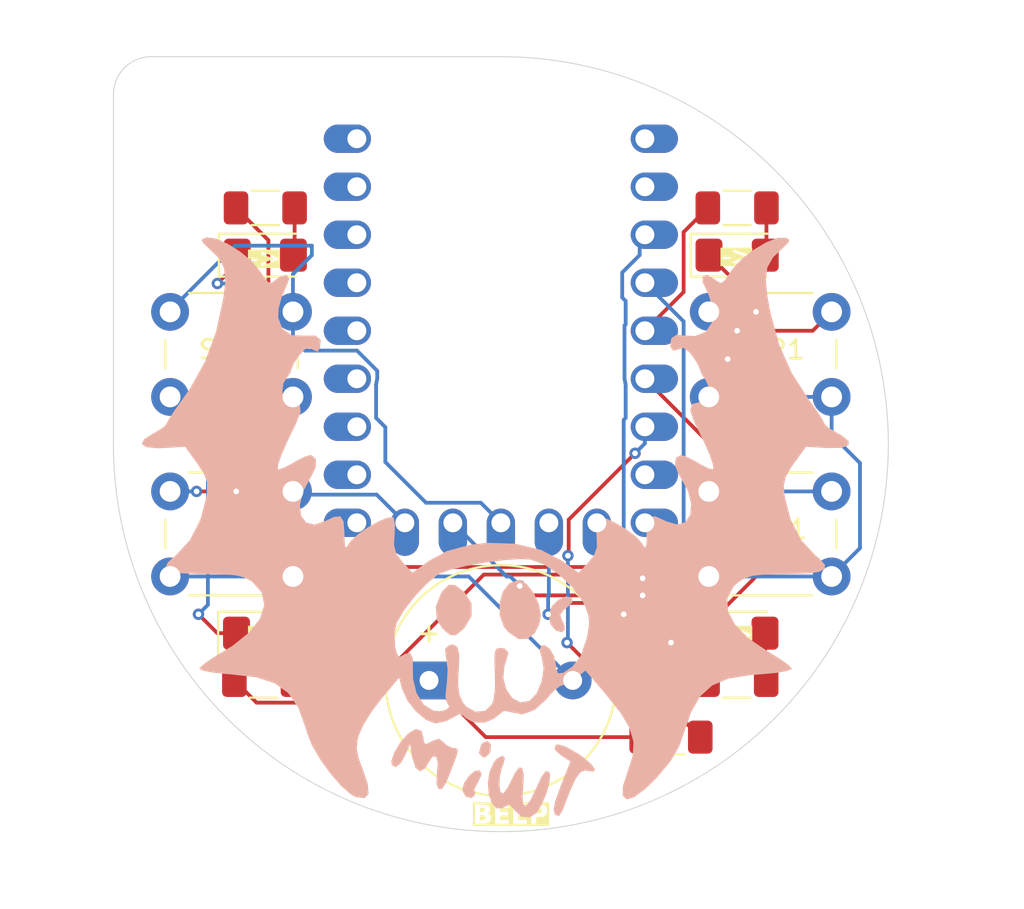
<source format=kicad_pcb>
(kicad_pcb (version 20240108) (generator "pcbnew") (generator_version "8.0")
  (layers (0 "F.Cu" signal) (31 "B.Cu" signal) (34 "B.Paste" user) (35 "F.Paste" user) (36 "B.SilkS" user "B.Silkscreen") (37 "F.SilkS" user "F.Silkscreen") (38 "B.Mask" user) (39 "F.Mask" user) (44 "Edge.Cuts" user))
  (net 0 "")
  (net 1 "Net-(BL1-A)")
  (net 2 "GND")
  (net 3 "Net-(BR1-A)")
  (net 4 "Net-(TL1-A)")
  (net 5 "Net-(U1-5)")
  (net 6 "Net-(U1-4)")
  (net 7 "Net-(TR1-A)")
  (net 8 "Net-(U1-3)")
  (net 9 "Net-(U1-2)")
  (net 10 "Net-(U1-13)")
  (net 11 "Net-(U1-12)")
  (net 12 "Net-(U1-11)")
  (net 13 "Net-(U1-10)")
  (net 18 "Net-(BZ1-+)")
  (net 29 "Net-(U1-6)")
  (footprint "LED_SMD:LED_1206_3216Metric_Pad1.42x1.75mm_HandSolder" (layer "F.Cu") (at 137.5 60)
    (property "Reference" "BL1" (hide yes))
    (property "Value" "LED" (hide yes))
    (fp_line (start -2.46 -1.135) (end -2.46 1.135) (stroke (width 0.12)) (layer "F.SilkS"))
    (fp_line (start -2.46 1.135) (end 1.6 1.135) (stroke (width 0.12)) (layer "F.SilkS"))
    (fp_line (start 1.6 -1.135) (end -2.46 -1.135) (stroke (width 0.12)) (layer "F.SilkS"))
    (pad "1" smd roundrect (at -1.4875 0) (size 1.425 1.75) (layers "F.Cu" "F.Paste" "F.Mask") (roundrect_rratio 0.175439) (net 2 "GND"))
    (pad "2" smd roundrect (at 1.4875 0) (size 1.425 1.75) (layers "F.Cu" "F.Paste" "F.Mask") (roundrect_rratio 0.175439) (net 1 "Net-(BL1-A)"))
  )
  (footprint "Resistor_SMD:R_1206_3216Metric_Pad1.30x1.75mm_HandSolder" (layer "F.Cu") (at 159 65.5 180)
    (property "Reference" "R5" (hide yes))
    (property "Value" "220 Ω")
    (fp_line (start -0.727064 0.91) (end 0.727064 0.91) (stroke (width 0.12)) (layer "F.SilkS"))
    (fp_line (start -0.727064 -0.91) (end 0.727064 -0.91) (stroke (width 0.12)) (layer "F.SilkS"))
    (pad "1" smd roundrect (at -1.55 0 180) (size 1.3 1.75) (layers "F.Cu" "F.Paste" "F.Mask") (roundrect_rratio 0.192308) (net 29 "Net-(U1-6)"))
    (pad "2" smd roundrect (at 1.55 0 180) (size 1.3 1.75) (layers "F.Cu" "F.Paste" "F.Mask") (roundrect_rratio 0.192308) (net 18 "Net-(BZ1-+)"))
  )
  (footprint "Resistor_SMD:R_1206_3216Metric_Pad1.30x1.75mm_HandSolder" (layer "F.Cu") (at 162.4875 62.5)
    (property "Reference" "R4" (hide yes))
    (property "Value" "220 Ω" (hide yes))
    (fp_line (start -0.727064 -0.91) (end 0.727064 -0.91) (stroke (width 0.12)) (layer "F.SilkS"))
    (fp_line (start -0.727064 0.91) (end 0.727064 0.91) (stroke (width 0.12)) (layer "F.SilkS"))
    (pad "1" smd roundrect (at -1.55 0) (size 1.3 1.75) (layers "F.Cu" "F.Paste" "F.Mask") (roundrect_rratio 0.192308) (net 9 "Net-(U1-2)"))
    (pad "2" smd roundrect (at 1.55 0) (size 1.3 1.75) (layers "F.Cu" "F.Paste" "F.Mask") (roundrect_rratio 0.192308) (net 3 "Net-(BR1-A)"))
  )
  (footprint "LED_SMD:LED_1206_3216Metric_Pad1.42x1.75mm_HandSolder" (layer "F.Cu") (at 162.4875 60)
    (property "Reference" "BR1" (hide yes))
    (property "Value" "LED" (hide yes))
    (fp_line (start -2.46 -1.135) (end -2.46 1.135) (stroke (width 0.12)) (layer "F.SilkS"))
    (fp_line (start -2.46 1.135) (end 1.6 1.135) (stroke (width 0.12)) (layer "F.SilkS"))
    (fp_line (start 1.6 -1.135) (end -2.46 -1.135) (stroke (width 0.12)) (layer "F.SilkS"))
    (pad "1" smd roundrect (at -1.4875 0) (size 1.425 1.75) (layers "F.Cu" "F.Paste" "F.Mask") (roundrect_rratio 0.175439) (net 2 "GND"))
    (pad "2" smd roundrect (at 1.4875 0) (size 1.425 1.75) (layers "F.Cu" "F.Paste" "F.Mask") (roundrect_rratio 0.175439) (net 3 "Net-(BR1-A)"))
  )
  (footprint "Resistor_SMD:R_1206_3216Metric_Pad1.30x1.75mm_HandSolder" (layer "F.Cu") (at 137.5375 37.5)
    (property "Reference" "R1" (hide yes))
    (property "Value" "220 Ω" (hide yes))
    (fp_line (start -0.727064 -0.91) (end 0.727064 -0.91) (stroke (width 0.12)) (layer "F.SilkS"))
    (fp_line (start -0.727064 0.91) (end 0.727064 0.91) (stroke (width 0.12)) (layer "F.SilkS"))
    (pad "1" smd roundrect (at -1.55 0) (size 1.3 1.75) (layers "F.Cu" "F.Paste" "F.Mask") (roundrect_rratio 0.192308) (net 5 "Net-(U1-5)"))
    (pad "2" smd roundrect (at 1.55 0) (size 1.3 1.75) (layers "F.Cu" "F.Paste" "F.Mask") (roundrect_rratio 0.192308) (net 4 "Net-(TL1-A)"))
  )
  (footprint "LED_SMD:LED_1206_3216Metric_Pad1.42x1.75mm_HandSolder" (layer "F.Cu") (at 162.5 40)
    (property "Reference" "TR1" (hide yes))
    (property "Value" "LED" (hide yes))
    (fp_line (start -2.46 -1.135) (end -2.46 1.135) (stroke (width 0.12)) (layer "F.SilkS"))
    (fp_line (start -2.46 1.135) (end 1.6 1.135) (stroke (width 0.12)) (layer "F.SilkS"))
    (fp_line (start 1.6 -1.135) (end -2.46 -1.135) (stroke (width 0.12)) (layer "F.SilkS"))
    (pad "1" smd roundrect (at -1.4875 0) (size 1.425 1.75) (layers "F.Cu" "F.Paste" "F.Mask") (roundrect_rratio 0.175439) (net 2 "GND"))
    (pad "2" smd roundrect (at 1.4875 0) (size 1.425 1.75) (layers "F.Cu" "F.Paste" "F.Mask") (roundrect_rratio 0.175439) (net 7 "Net-(TR1-A)"))
  )
  (footprint "Button_Switch_THT:SW_PUSH_6mm" (layer "F.Cu") (at 161 52.5)
    (property "Reference" "SBR1" (at 3.25 2 0) (layer "F.SilkS"))
    (property "Value" "SW_Push" (hide yes))
    (fp_line (start -0.25 1.5) (end -0.25 3) (stroke (width 0.12)) (layer "F.SilkS"))
    (fp_line (start 1 5.5) (end 5.5 5.5) (stroke (width 0.12)) (layer "F.SilkS"))
    (fp_line (start 5.5 -1) (end 1 -1) (stroke (width 0.12)) (layer "F.SilkS"))
    (fp_line (start 6.75 3) (end 6.75 1.5) (stroke (width 0.12)) (layer "F.SilkS"))
    (pad "1" thru_hole circle (at 0 0 90) (size 2 2) (drill 1.1) (layers "*.Cu" "*.Mask") (net 11 "Net-(U1-12)"))
    (pad "1" thru_hole circle (at 6.5 0 90) (size 2 2) (drill 1.1) (layers "*.Cu" "*.Mask") (net 11 "Net-(U1-12)"))
    (pad "2" thru_hole circle (at 0 4.5 90) (size 2 2) (drill 1.1) (layers "*.Cu" "*.Mask") (net 2 "GND"))
    (pad "2" thru_hole circle (at 6.5 4.5 90) (size 2 2) (drill 1.1) (layers "*.Cu" "*.Mask") (net 2 "GND"))
  )
  (footprint "LOGO" (layer "F.Cu") (at 149.7 42.9)
    (property "Reference" "G***" (hide yes))
    (property "Value" "LOGO" (hide yes))
  )
  (footprint "Button_Switch_THT:SW_PUSH_6mm" (layer "F.Cu") (at 132.5 43)
    (property "Reference" "STL1" (at 3.25 2 0) (layer "F.SilkS"))
    (property "Value" "SW_Push" (hide yes))
    (fp_line (start -0.25 1.5) (end -0.25 3) (stroke (width 0.12)) (layer "F.SilkS"))
    (fp_line (start 1 5.5) (end 5.5 5.5) (stroke (width 0.12)) (layer "F.SilkS"))
    (fp_line (start 5.5 -1) (end 1 -1) (stroke (width 0.12)) (layer "F.SilkS"))
    (fp_line (start 6.75 3) (end 6.75 1.5) (stroke (width 0.12)) (layer "F.SilkS"))
    (pad "1" thru_hole circle (at 0 0 90) (size 2 2) (drill 1.1) (layers "*.Cu" "*.Mask") (net 12 "Net-(U1-11)"))
    (pad "1" thru_hole circle (at 6.5 0 90) (size 2 2) (drill 1.1) (layers "*.Cu" "*.Mask") (net 12 "Net-(U1-11)"))
    (pad "2" thru_hole circle (at 0 4.5 90) (size 2 2) (drill 1.1) (layers "*.Cu" "*.Mask") (net 2 "GND"))
    (pad "2" thru_hole circle (at 6.5 4.5 90) (size 2 2) (drill 1.1) (layers "*.Cu" "*.Mask") (net 2 "GND"))
  )
  (footprint "Resistor_SMD:R_1206_3216Metric_Pad1.30x1.75mm_HandSolder" (layer "F.Cu") (at 137.45 62.5)
    (property "Reference" "R3" (hide yes))
    (property "Value" "220 Ω" (hide yes))
    (fp_line (start -0.727064 -0.91) (end 0.727064 -0.91) (stroke (width 0.12)) (layer "F.SilkS"))
    (fp_line (start -0.727064 0.91) (end 0.727064 0.91) (stroke (width 0.12)) (layer "F.SilkS"))
    (pad "1" smd roundrect (at -1.55 0) (size 1.3 1.75) (layers "F.Cu" "F.Paste" "F.Mask") (roundrect_rratio 0.192308) (net 8 "Net-(U1-3)"))
    (pad "2" smd roundrect (at 1.55 0) (size 1.3 1.75) (layers "F.Cu" "F.Paste" "F.Mask") (roundrect_rratio 0.192308) (net 1 "Net-(BL1-A)"))
  )
  (footprint "MountingHole:MountingHole_3.2mm_M3" (layer "F.Cu") (at 133 33)
    (property "Reference" "keychain1" (hide yes))
    (property "Value" "MountingHole" (hide yes))
    (pad "" np_thru_hole circle (at 0 0) (size 3.2 3.2) (drill 3.2) (layers "*.Cu" "*.Mask"))
  )
  (footprint "Button_Switch_THT:SW_PUSH_6mm" (layer "F.Cu") (at 132.5 52.5)
    (property "Reference" "SBL1" (at 3.25 2 0) (layer "F.SilkS"))
    (property "Value" "SW_Push" (hide yes))
    (fp_line (start -0.25 1.5) (end -0.25 3) (stroke (width 0.12)) (layer "F.SilkS"))
    (fp_line (start 1 5.5) (end 5.5 5.5) (stroke (width 0.12)) (layer "F.SilkS"))
    (fp_line (start 5.5 -1) (end 1 -1) (stroke (width 0.12)) (layer "F.SilkS"))
    (fp_line (start 6.75 3) (end 6.75 1.5) (stroke (width 0.12)) (layer "F.SilkS"))
    (pad "1" thru_hole circle (at 0 0 90) (size 2 2) (drill 1.1) (layers "*.Cu" "*.Mask") (net 10 "Net-(U1-13)"))
    (pad "1" thru_hole circle (at 6.5 0 90) (size 2 2) (drill 1.1) (layers "*.Cu" "*.Mask") (net 10 "Net-(U1-13)"))
    (pad "2" thru_hole circle (at 0 4.5 90) (size 2 2) (drill 1.1) (layers "*.Cu" "*.Mask") (net 2 "GND"))
    (pad "2" thru_hole circle (at 6.5 4.5 90) (size 2 2) (drill 1.1) (layers "*.Cu" "*.Mask") (net 2 "GND"))
  )
  (footprint "Button_Switch_THT:SW_PUSH_6mm" (layer "F.Cu") (at 161 43)
    (property "Reference" "STR1" (at 3.25 2 0) (layer "F.SilkS"))
    (property "Value" "SW_Push" (hide yes))
    (fp_line (start -0.25 1.5) (end -0.25 3) (stroke (width 0.12)) (layer "F.SilkS"))
    (fp_line (start 1 5.5) (end 5.5 5.5) (stroke (width 0.12)) (layer "F.SilkS"))
    (fp_line (start 5.5 -1) (end 1 -1) (stroke (width 0.12)) (layer "F.SilkS"))
    (fp_line (start 6.75 3) (end 6.75 1.5) (stroke (width 0.12)) (layer "F.SilkS"))
    (pad "1" thru_hole circle (at 0 0 90) (size 2 2) (drill 1.1) (layers "*.Cu" "*.Mask") (net 13 "Net-(U1-10)"))
    (pad "1" thru_hole circle (at 6.5 0 90) (size 2 2) (drill 1.1) (layers "*.Cu" "*.Mask") (net 13 "Net-(U1-10)"))
    (pad "2" thru_hole circle (at 0 4.5 90) (size 2 2) (drill 1.1) (layers "*.Cu" "*.Mask") (net 2 "GND"))
    (pad "2" thru_hole circle (at 6.5 4.5 90) (size 2 2) (drill 1.1) (layers "*.Cu" "*.Mask") (net 2 "GND"))
  )
  (footprint "Buzzer_Beeper:Buzzer_12x9.5RM7.6" (layer "F.Cu") (at 146.2 62.5)
    (property "Reference" "BZ1" (hide yes))
    (property "Value" "Buzzer" (hide yes))
    (fp_circle (center 3.8 0) (end 9.9 0) (stroke (width 0.12)) (fill none) (layer "F.SilkS"))
    (fp_text user "+" (at -0.01 -2.54 0) (layer "F.SilkS"))
    (pad "1" thru_hole rect (at 0 0) (size 2 2) (drill 1) (layers "*.Cu" "*.Mask") (net 18 "Net-(BZ1-+)"))
    (pad "2" thru_hole circle (at 7.6 0) (size 2 2) (drill 1) (layers "*.Cu" "*.Mask") (net 2 "GND"))
  )
  (footprint "LED_SMD:LED_1206_3216Metric_Pad1.42x1.75mm_HandSolder" (layer "F.Cu") (at 137.5375 40)
    (property "Reference" "TL1" (hide yes))
    (property "Value" "LED" (hide yes))
    (fp_line (start -2.46 -1.135) (end -2.46 1.135) (stroke (width 0.12)) (layer "F.SilkS"))
    (fp_line (start -2.46 1.135) (end 1.6 1.135) (stroke (width 0.12)) (layer "F.SilkS"))
    (fp_line (start 1.6 -1.135) (end -2.46 -1.135) (stroke (width 0.12)) (layer "F.SilkS"))
    (pad "1" smd roundrect (at -1.4875 0) (size 1.425 1.75) (layers "F.Cu" "F.Paste" "F.Mask") (roundrect_rratio 0.175439) (net 2 "GND"))
    (pad "2" smd roundrect (at 1.4875 0) (size 1.425 1.75) (layers "F.Cu" "F.Paste" "F.Mask") (roundrect_rratio 0.175439) (net 4 "Net-(TL1-A)"))
  )
  (footprint "mcu:rp2040-zero-tht" (layer "F.Cu") (at 150 44)
    (property "Reference" "U1" (hide yes))
    (property "Value" "rp2040-zero" (hide yes))
    (pad "1" thru_hole oval (at 7.62 -10.16 180) (size 2.5 1.5) (drill 1 (offset -0.5 0)) (layers "*.Cu" "*.Mask"))
    (pad "2" thru_hole oval (at 7.62 -7.62 180) (size 2.5 1.5) (drill 1 (offset -0.5 0)) (layers "*.Cu" "*.Mask"))
    (pad "3" thru_hole oval (at 7.62 -5.08 180) (size 2.5 1.5) (drill 1 (offset -0.5 0)) (layers "*.Cu" "*.Mask") (net 9 "Net-(U1-2)"))
    (pad "4" thru_hole oval (at 7.62 -2.54 180) (size 2.5 1.5) (drill 1 (offset -0.5 0)) (layers "*.Cu" "*.Mask") (net 8 "Net-(U1-3)"))
    (pad "5" thru_hole oval (at 7.62 0 180) (size 2.5 1.5) (drill 1 (offset -0.5 0)) (layers "*.Cu" "*.Mask") (net 6 "Net-(U1-4)"))
    (pad "6" thru_hole oval (at 7.62 2.54 180) (size 2.5 1.5) (drill 1 (offset -0.5 0)) (layers "*.Cu" "*.Mask") (net 5 "Net-(U1-5)"))
    (pad "7" thru_hole oval (at 7.62 5.08 180) (size 2.5 1.5) (drill 1 (offset -0.5 0)) (layers "*.Cu" "*.Mask") (net 29 "Net-(U1-6)"))
    (pad "8" thru_hole oval (at 7.62 7.62 180) (size 2.5 1.5) (drill 1 (offset -0.5 0)) (layers "*.Cu" "*.Mask"))
    (pad "9" thru_hole oval (at 7.62 10.16 180) (size 2.5 1.5) (drill 1 (offset -0.5 0)) (layers "*.Cu" "*.Mask"))
    (pad "10" thru_hole oval (at 5.08 10.16 90) (size 2.5 1.5) (drill 1 (offset -0.5 0)) (layers "*.Cu" "*.Mask"))
    (pad "11" thru_hole oval (at 2.54 10.16 90) (size 2.5 1.5) (drill 1 (offset -0.5 0)) (layers "*.Cu" "*.Mask") (net 13 "Net-(U1-10)"))
    (pad "12" thru_hole oval (at 0 10.16 90) (size 2.5 1.5) (drill 1 (offset -0.5 0)) (layers "*.Cu" "*.Mask") (net 12 "Net-(U1-11)"))
    (pad "13" thru_hole oval (at -2.54 10.16 90) (size 2.5 1.5) (drill 1 (offset -0.5 0)) (layers "*.Cu" "*.Mask") (net 11 "Net-(U1-12)"))
    (pad "14" thru_hole oval (at -5.08 10.16 90) (size 2.5 1.5) (drill 1 (offset -0.5 0)) (layers "*.Cu" "*.Mask") (net 10 "Net-(U1-13)"))
    (pad "15" thru_hole oval (at -7.62 10.16) (size 2.5 1.5) (drill 1 (offset -0.5 0)) (layers "*.Cu" "*.Mask"))
    (pad "16" thru_hole oval (at -7.62 7.62) (size 2.5 1.5) (drill 1 (offset -0.5 0)) (layers "*.Cu" "*.Mask"))
    (pad "17" thru_hole oval (at -7.62 5.08) (size 2.5 1.5) (drill 1 (offset -0.5 0)) (layers "*.Cu" "*.Mask"))
    (pad "18" thru_hole oval (at -7.62 2.54) (size 2.5 1.5) (drill 1 (offset -0.5 0)) (layers "*.Cu" "*.Mask"))
    (pad "19" thru_hole oval (at -7.62 0) (size 2.5 1.5) (drill 1 (offset -0.5 0)) (layers "*.Cu" "*.Mask"))
    (pad "20" thru_hole oval (at -7.62 -2.54) (size 2.5 1.5) (drill 1 (offset -0.5 0)) (layers "*.Cu" "*.Mask"))
    (pad "21" thru_hole oval (at -7.62 -5.08) (size 2.5 1.5) (drill 1 (offset -0.5 0)) (layers "*.Cu" "*.Mask"))
    (pad "22" thru_hole oval (at -7.62 -7.62) (size 2.5 1.5) (drill 1 (offset -0.5 0)) (layers "*.Cu" "*.Mask"))
    (pad "23" thru_hole oval (at -7.62 -10.16) (size 2.5 1.5) (drill 1 (offset -0.5 0)) (layers "*.Cu" "*.Mask"))
  )
  (footprint "Resistor_SMD:R_1206_3216Metric_Pad1.30x1.75mm_HandSolder" (layer "F.Cu") (at 162.5 37.5)
    (property "Reference" "R2" (hide yes))
    (property "Value" "220 Ω" (hide yes))
    (fp_line (start -0.727064 -0.91) (end 0.727064 -0.91) (stroke (width 0.12)) (layer "F.SilkS"))
    (fp_line (start -0.727064 0.91) (end 0.727064 0.91) (stroke (width 0.12)) (layer "F.SilkS"))
    (pad "1" smd roundrect (at -1.55 0) (size 1.3 1.75) (layers "F.Cu" "F.Paste" "F.Mask") (roundrect_rratio 0.192308) (net 6 "Net-(U1-4)"))
    (pad "2" smd roundrect (at 1.55 0) (size 1.3 1.75) (layers "F.Cu" "F.Paste" "F.Mask") (roundrect_rratio 0.192308) (net 7 "Net-(TR1-A)"))
  )
  (footprint "LOGO" (layer "B.Cu") (at 149.719362 51.175585 180)
    (property "Reference" "G***" (hide yes))
    (property "Value" "LOGO" (hide yes))
    (fp_poly (pts (xy 0.670268 -14.609331) (xy 0.774435 -14.752231) (xy 0.883904 -15.171852) (xy 0.687374 -15.38513) (xy 0.560389 -15.4) (xy 0.348625 -15.240415) (xy 0.267166 -15.086556) (xy 0.241181 -14.713636) (xy 0.417036 -14.527217)) (fill solid) (layer "B.SilkS"))
    (fp_poly (pts (xy 2.806971 -6.589861) (xy 2.876998 -6.692963) (xy 3.166341 -7.421047) (xy 3.105955 -8.119469) (xy 2.8 -8.6) (xy 2.412928 -8.923845) (xy 2.106076 -8.941106) (xy 1.737243 -8.644106) (xy 1.634862 -8.537109) (xy 1.263378 -7.902377) (xy 1.269597 -7.245054) (xy 1.652346 -6.64485) (xy 1.66289 -6.634862) (xy 2.128797 -6.27849) (xy 2.476633 -6.261885)) (fill solid) (layer "B.SilkS"))
    (fp_poly (pts (xy 1.10356 -16.11226) (xy 1.420427 -16.38574) (xy 1.676333 -16.770887) (xy 1.762395 -17.139541) (xy 1.7584 -17.165957) (xy 1.570974 -17.478838) (xy 1.28191 -17.546974) (xy 1.106524 -17.410557) (xy 1.068942 -17.21682) (xy 1.111198 -17.2) (xy 1.112983 -17.058323) (xy 0.929464 -16.716917) (xy 0.925225 -16.710429) (xy 0.730889 -16.304997) (xy 0.826696 -16.083648) (xy 0.834613 -16.078607)) (fill solid) (layer "B.SilkS"))
    (fp_poly (pts (xy -0.739693 -6.172178) (xy -0.391066 -6.616312) (xy -0.210483 -7.223798) (xy -0.220375 -7.886033) (xy -0.443169 -8.494415) (xy -0.662891 -8.765137) (xy -1.209708 -9.136668) (xy -1.687296 -9.128949) (xy -2.069003 -8.834251) (xy -2.316403 -8.362937) (xy -2.399253 -7.884251) (xy -2.290216 -7.287908) (xy -2.016021 -6.692413) (xy -1.653912 -6.222665) (xy -1.281135 -6.003565) (xy -1.233938 -6)) (fill solid) (layer "B.SilkS"))
    (fp_poly (pts (xy -3.328898 -7.056242) (xy -2.982852 -7.393379) (xy -2.804658 -7.79493) (xy -2.8 -7.86461) (xy -2.907834 -8.352411) (xy -3.167619 -8.686116) (xy -3.483783 -8.774744) (xy -3.654896 -8.678437) (xy -3.65952 -8.436075) (xy -3.541218 -8.180195) (xy -3.424806 -7.865803) (xy -3.600976 -7.60584) (xy -3.769843 -7.478612) (xy -4.076436 -7.171449) (xy -4.027124 -6.947123) (xy -3.71844 -6.876498)) (fill solid) (layer "B.SilkS"))
    (fp_poly (pts (xy -3.163022 -14.756978) (xy -3.131643 -14.997539) (xy -3.457219 -15.29036) (xy -3.957199 -15.617959) (xy -3.443166 -16.913546) (xy -3.169524 -17.670219) (xy -3.070711 -18.145229) (xy -3.133344 -18.409868) (xy -3.157135 -18.437134) (xy -3.355044 -18.504899) (xy -3.53777 -18.232433) (xy -3.595958 -18.082567) (xy -3.962927 -17.124655) (xy -4.256189 -16.505188) (xy -4.505326 -16.17618) (xy -4.739918 -16.08964) (xy -4.815058 -16.104778) (xy -5.185807 -16.159818) (xy -5.260395 -16.022919) (xy -5.062361 -15.742535) (xy -4.615248 -15.367124) (xy -4.377966 -15.20511) (xy -3.704466 -14.81877) (xy -3.290347 -14.705206)) (fill solid) (layer "B.SilkS"))
    (fp_poly (pts (xy 4.633078 -14.129935) (xy 5.035038 -14.589331) (xy 5.351153 -15.115689) (xy 5.514507 -15.578541) (xy 5.494353 -15.809135) (xy 5.269164 -15.917894) (xy 4.99178 -15.677268) (xy 4.752925 -15.230572) (xy 4.530523 -14.7) (xy 4.415261 -15.384101) (xy 4.241397 -15.937408) (xy 3.993707 -16.139033) (xy 3.71756 -15.970764) (xy 3.573624 -15.721981) (xy 3.334754 -15.361462) (xy 3.15019 -15.358749) (xy 3.061539 -15.671846) (xy 3.1 -16.2) (xy 3.130746 -16.76813) (xy 3.024499 -17.072402) (xy 2.830935 -17.068911) (xy 2.59973 -16.713754) (xy 2.578069 -16.661277) (xy 2.254036 -15.843918) (xy 2.063614 -15.328928) (xy 1.993801 -15.046515) (xy 2.031597 -14.926885) (xy 2.164003 -14.900245) (xy 2.25 -14.9) (xy 2.575013 -14.757861) (xy 2.737819 -14.6) (xy 2.986762 -14.407672) (xy 3.312027 -14.506934) (xy 3.387819 -14.551694) (xy 3.694882 -14.697322) (xy 3.793997 -14.563047) (xy 3.8 -14.413498) (xy 3.91621 -13.986805) (xy 4.221993 -13.891121)) (fill solid) (layer "B.SilkS"))
    (fp_poly (pts (xy -0.07939 -15.447725) (xy 0.086315 -15.641155) (xy 0.324682 -16.165785) (xy 0.409279 -16.76085) (xy 0.361289 -17.338615) (xy 0.201898 -17.811344) (xy -0.04771 -18.091302) (xy -0.36635 -18.090755) (xy -0.486053 -18.011575) (xy -0.744332 -17.900008) (xy -0.959887 -18.127044) (xy -0.993089 -18.187086) (xy -1.353996 -18.528207) (xy -1.811007 -18.57107) (xy -2.157687 -18.35) (xy -2.45825 -17.869189) (xy -2.706393 -17.273123) (xy -2.861448 -16.694651) (xy -2.88275 -16.26662) (xy -2.830855 -16.150854) (xy -2.653311 -16.122747) (xy -2.436742 -16.403518) (xy -2.177249 -16.963913) (xy -1.852293 -17.645548) (xy -1.60884 -17.953492) (xy -1.461597 -17.886886) (xy -1.425268 -17.444876) (xy -1.462059 -17.005571) (xy -1.494265 -16.319775) (xy -1.409649 -15.952083) (xy -1.233685 -15.92663) (xy -0.991845 -16.267551) (xy -0.89884 -16.47193) (xy -0.657058 -16.961898) (xy -0.4361 -17.272032) (xy -0.403031 -17.298127) (xy -0.265449 -17.232773) (xy -0.205687 -16.905898) (xy -0.223964 -16.44838) (xy -0.320495 -15.991096) (xy -0.400541 -15.798989) (xy -0.499824 -15.432551) (xy -0.358467 -15.304341)) (fill solid) (layer "B.SilkS"))
    (fp_poly (pts (xy 15.359606 12.102309) (xy 15.549645 11.979909) (xy 15.468449 11.797172) (xy 15.175671 11.534597) (xy 14.644801 11.012904) (xy 14.364877 10.474644) (xy 14.298692 9.79715) (xy 14.393111 8.954603) (xy 14.785346 7.138417) (xy 15.356754 5.573177) (xy 16.15913 4.130653) (xy 16.591788 3.511116) (xy 16.99977 2.937939) (xy 17.291807 2.487806) (xy 17.404541 2.25854) (xy 17.569133 2.074227) (xy 17.968155 1.825771) (xy 18.054541 1.781778) (xy 18.581358 1.452435) (xy 18.723471 1.1914) (xy 18.493329 1.019334) (xy 17.90338 0.956899) (xy 17.563983 0.967573) (xy 16.427967 1.035145) (xy 15.799065 0.167573) (xy 15.426574 -0.396876) (xy 15.266619 -0.843486) (xy 15.267544 -1.354758) (xy 15.298767 -1.6) (xy 15.619592 -2.835356) (xy 16.17828 -3.90443) (xy 16.9192 -4.701063) (xy 16.926985 -4.707022) (xy 17.346708 -5.08289) (xy 17.46141 -5.356876) (xy 17.250019 -5.541876) (xy 16.691465 -5.650789) (xy 15.764678 -5.696511) (xy 15.304724 -5.7) (xy 14.373517 -5.713296) (xy 13.740062 -5.764854) (xy 13.302647 -5.872175) (xy 12.959564 -6.052761) (xy 12.865292 -6.119774) (xy 12.369753 -6.683364) (xy 12.239848 -7.336091) (xy 12.460968 -8.042935) (xy 13.018506 -8.768876) (xy 13.897851 -9.478895) (xy 14.393606 -9.783285) (xy 15.014284 -10.159116) (xy 15.471871 -10.482053) (xy 15.676187 -10.687797) (xy 15.679278 -10.7) (xy 15.503892 -10.803367) (xy 15.013465 -10.902468) (xy 14.292806 -10.982025) (xy 14 -11.002538) (xy 12.688024 -11.156656) (xy 11.698337 -11.47045) (xy 10.969296 -11.991353) (xy 10.439258 -12.766799) (xy 10.046584 -13.84422) (xy 9.980192 -14.095808) (xy 9.721436 -14.748153) (xy 9.282249 -15.501929) (xy 8.739057 -16.25674) (xy 8.168285 -16.912192) (xy 7.646358 -17.367887) (xy 7.385201 -17.504696) (xy 6.923082 -17.555829) (xy 6.715709 -17.326121) (xy 6.759709 -16.803276) (xy 7.000007 -16.099981) (xy 7.253145 -15.41494) (xy 7.34597 -14.926398) (xy 7.297673 -14.473397) (xy 7.225708 -14.206941) (xy 6.976649 -13.659263) (xy 6.548125 -12.97138) (xy 6.049068 -12.312403) (xy 5.102875 -11.187027) (xy 4.951109 -11.772714) (xy 4.671333 -12.389563) (xy 4.213077 -12.97295) (xy 3.683919 -13.412859) (xy 3.191441 -13.599276) (xy 3.164259 -13.6) (xy 2.622685 -13.484192) (xy 2.265939 -13.303675) (xy 1.924877 -13.113589) (xy 1.702324 -13.188637) (xy 1.596949 -13.303675) (xy 1.158292 -13.555509) (xy 0.584363 -13.562706) (xy 0.048404 -13.335229) (xy -0.094176 -13.206435) (xy -0.448104 -12.940364) (xy -0.807636 -13.00419) (xy -0.82107 -13.011276) (xy -1.426407 -13.124363) (xy -2.074837 -12.888933) (xy -2.684532 -12.336463) (xy -2.731603 -12.276344) (xy -3.106077 -11.85646) (xy -3.422579 -11.61948) (xy -3.496767 -11.6) (xy -3.818575 -11.484636) (xy -4.245988 -11.206742) (xy -4.251605 -11.202336) (xy -4.757152 -10.804672) (xy -5.873591 -12.112491) (xy -6.631746 -13.071254) (xy -7.098775 -13.867358) (xy -7.298667 -14.584529) (xy -7.255406 -15.306491) (xy -7.009379 -16.076893) (xy -6.742264 -16.899356) (xy -6.718648 -17.415557) (xy -6.919166 -17.620734) (xy -7.32445 -17.510123) (xy -7.915133 -17.078962) (xy -8.549629 -16.455693) (xy -9.258218 -15.605444) (xy -9.712195 -14.818648) (xy -9.932329 -14.205693) (xy -10.341833 -13.017976) (xy -10.828613 -12.164119) (xy -11.464079 -11.587889) (xy -12.319642 -11.233053) (xy -13.466712 -11.043376) (xy -14 -11.002538) (xy -14.781552 -10.933503) (xy -15.362742 -10.839543) (xy -15.658761 -10.735935) (xy -15.679279 -10.7) (xy -15.506833 -10.510314) (xy -15.071633 -10.196674) (xy -14.463861 -9.823379) (xy -14.393607 -9.783285) (xy -13.37449 -9.091812) (xy -12.670619 -8.368689) (xy -12.631755 -8.293899) (xy -4.947969 -8.293899) (xy -4.860036 -8.902024) (xy -4.811169 -9.128213) (xy -4.498312 -10.042753) (xy -4.059564 -10.596075) (xy -3.573665 -10.924824) (xy -3.304229 -10.949549) (xy -3.204116 -10.667076) (xy -3.2 -10.538225) (xy -3.104051 -10.049994) (xy -2.872755 -9.648134) (xy -2.590943 -9.450815) (xy -2.437883 -9.476587) (xy -2.315598 -9.701144) (xy -2.439377 -10.106552) (xy -2.539195 -10.689599) (xy -2.435349 -11.375854) (xy -2.174219 -12.000502) (xy -1.802183 -12.398725) (xy -1.79295 -12.403773) (xy -1.309166 -12.483859) (xy -0.884182 -12.251119) (xy -0.569095 -11.792656) (xy -0.415004 -11.19557) (xy -0.473006 -10.546961) (xy -0.561492 -10.304648) (xy -0.68156 -9.851588) (xy -0.493683 -9.634754) (xy -0.207189 -9.6) (xy -0.031252 -9.658373) (xy 0.053585 -9.8899) (xy 0.063615 -10.379189) (xy 0.037908 -10.872844) (xy 0.029145 -11.665181) (xy 0.099293 -12.302085) (xy 0.185466 -12.572844) (xy 0.561881 -12.931508) (xy 1.054039 -12.977303) (xy 1.536782 -12.716682) (xy 1.722586 -12.493597) (xy 1.919602 -12.05424) (xy 1.982384 -11.471194) (xy 1.946169 -10.793675) (xy 1.91455 -10.004653) (xy 2.008025 -9.559328) (xy 2.243949 -9.416181) (xy 2.498622 -9.471796) (xy 2.675907 -9.668035) (xy 2.628956 -10.09674) (xy 2.610879 -10.162065) (xy 2.538888 -10.743835) (xy 2.573909 -11.438658) (xy 2.595767 -11.576853) (xy 2.653324 -12.153212) (xy 2.58966 -12.493304) (xy 2.556506 -12.52688) (xy 2.448249 -12.713542) (xy 2.626894 -12.875971) (xy 2.981016 -12.953388) (xy 3.281719 -12.922459) (xy 3.796803 -12.603199) (xy 4.177498 -12.00159) (xy 4.367546 -11.227577) (xy 4.372196 -10.791283) (xy 4.378684 -10.137604) (xy 4.523018 -9.853178) (xy 4.810334 -9.929917) (xy 4.883349 -9.986181) (xy 5.08731 -10.085588) (xy 5.217989 -9.907948) (xy 5.313312 -9.499376) (xy 5.342953 -8.780879) (xy 5.218017 -8.259674) (xy 4.843305 -7.625506) (xy 4.299175 -6.919912) (xy 3.693886 -6.266389) (xy 3.135696 -5.788435) (xy 2.952826 -5.675605) (xy 2.36952 -5.463415) (xy 1.518884 -5.259875) (xy 0.533411 -5.085492) (xy -0.454406 -4.960771) (xy -1.312073 -4.906221) (xy -1.851078 -4.932087) (xy -2.573145 -5.199252) (xy -3.353348 -5.72706) (xy -4.07423 -6.416751) (xy -4.618334 -7.169571) (xy -4.699351 -7.326879) (xy -4.898209 -7.830098) (xy -4.947969 -8.293899) (xy -12.631755 -8.293899) (xy -12.296605 -7.648937) (xy -12.267055 -6.967574) (xy -12.596579 -6.359619) (xy -12.865293 -6.119774) (xy -13.200135 -5.91521) (xy -13.600447 -5.788879) (xy -14.16794 -5.723277) (xy -15.004324 -5.700902) (xy -15.304725 -5.7) (xy -16.379052 -5.675188) (xy -17.077025 -5.592156) (xy -17.419715 -5.438007) (xy -17.428192 -5.199843) (xy -17.123526 -4.864768) (xy -16.926986 -4.707022) (xy -16.184592 -3.913507) (xy -15.623898 -2.846535) (xy -15.300535 -1.612266) (xy -15.298768 -1.6) (xy -15.250897 -1.017556) (xy -15.344564 -0.568108) (xy -15.631425 -0.069156) (xy -15.799066 0.167573) (xy -16.427968 1.035145) (xy -17.563984 0.967573) (xy -18.296474 0.979596) (xy -18.674211 1.109639) (xy -18.684748 1.337041) (xy -18.315636 1.64114) (xy -18.054542 1.781778) (xy -17.627369 2.031512) (xy -17.410944 2.234475) (xy -17.404542 2.25854) (xy -17.291345 2.488579) (xy -16.998989 2.939084) (xy -16.591789 3.511116) (xy -15.673194 4.940284) (xy -15.008018 6.436581) (xy -14.54447 8.128234) (xy -14.393112 8.954603) (xy -14.296886 9.865873) (xy -14.380485 10.526098) (xy -14.681115 11.057944) (xy -15.175672 11.534597) (xy -15.503526 11.837558) (xy -15.53514 12.003009) (xy -15.359607 12.102309) (xy -14.926744 12.090797) (xy -14.322318 11.85523) (xy -13.651945 11.459949) (xy -13.021239 10.969296) (xy -12.535816 10.447611) (xy -12.459204 10.335375) (xy -12.149807 9.874097) (xy -11.943491 9.706256) (xy -11.73958 9.781077) (xy -11.598553 9.90131) (xy -11.201305 10.131963) (xy -10.953691 10.063717) (xy -10.944577 9.757481) (xy -11.05896 9.531481) (xy -11.287945 9.036531) (xy -11.46645 8.414427) (xy -11.476297 8.363819) (xy -11.457194 7.637323) (xy -11.132052 7.130212) (xy -10.554567 6.89732) (xy -10.062624 6.920208) (xy -9.559884 6.955679) (xy -9.314204 6.795195) (xy -9.28439 6.73144) (xy -9.239363 6.331762) (xy -9.400141 6.115514) (xy -9.685231 6.188002) (xy -9.697369 6.197816) (xy -9.949429 6.269236) (xy -10.253545 6.032381) (xy -10.379563 5.880556) (xy -10.666958 5.458863) (xy -10.799052 5.153926) (xy -10.8 5.138777) (xy -10.922357 4.835214) (xy -11.092423 4.608373) (xy -11.281287 4.192433) (xy -11.234579 3.755172) (xy -10.991528 3.452548) (xy -10.788478 3.4) (xy -10.394715 3.29426) (xy -10.298835 2.961486) (xy -10.496214 2.378347) (xy -10.560386 2.249159) (xy -11.000227 1.352709) (xy -11.323878 0.610683) (xy -11.50519 0.088455) (xy -11.519092 -0.147574) (xy -11.305224 -0.114924) (xy -10.890702 0.08608) (xy -10.736914 0.177187) (xy -10.24515 0.447634) (xy -9.876441 0.592372) (xy -9.820117 0.6) (xy -9.537371 0.453056) (xy -9.488204 0.080417) (xy -9.677228 -0.415626) (xy -9.768029 -0.5551) (xy -10.181347 -1.306541) (xy -10.351125 -1.996712) (xy -10.298442 -2.563374) (xy -10.04438 -2.94429) (xy -9.610018 -3.077221) (xy -9.016437 -2.899931) (xy -8.980426 -2.880406) (xy -8.451437 -2.640309) (xy -8.151001 -2.682764) (xy -8.01849 -3.048878) (xy -7.992913 -3.55) (xy -7.979436 -4.0994) (xy -7.9323 -4.299829) (xy -7.824867 -4.202255) (xy -7.733707 -4.045946) (xy -7.44421 -3.72494) (xy -6.959356 -3.35882) (xy -6.395224 -3.015622) (xy -5.867895 -2.763386) (xy -5.49345 -2.67015) (xy -5.418191 -2.688757) (xy -5.334272 -2.934086) (xy -5.325384 -3.425453) (xy -5.344198 -3.64684) (xy -5.363216 -4.264714) (xy -5.204772 -4.706671) (xy -4.918805 -5.061578) (xy -4.397638 -5.623157) (xy -3.528008 -4.998636) (xy -2.396193 -4.413961) (xy -1.037883 -4.090651) (xy 0.457793 -4.044342) (xy 1.329188 -4.146435) (xy 2.565283 -4.476832) (xy 3.528007 -4.998636) (xy 4.397637 -5.623157) (xy 4.918804 -5.061578) (xy 5.258428 -4.613206) (xy 5.372124 -4.150101) (xy 5.344197 -3.64684) (xy 5.321396 -3.100797) (xy 5.378017 -2.743933) (xy 5.41819 -2.688757) (xy 5.708789 -2.707762) (xy 6.194241 -2.910365) (xy 6.758464 -3.228528) (xy 7.285379 -3.594213) (xy 7.658904 -3.939383) (xy 7.733706 -4.045946) (xy 7.884194 -4.281628) (xy 7.960177 -4.246491) (xy 7.988292 -3.889567) (xy 7.992912 -3.55) (xy 8.040452 -2.918981) (xy 8.211229 -2.641925) (xy 8.565868 -2.677722) (xy 8.980425 -2.880406) (xy 9.585031 -3.079378) (xy 10.028444 -2.964872) (xy 10.290502 -2.597723) (xy 10.351045 -2.038764) (xy 10.189911 -1.348832) (xy 9.786939 -0.588759) (xy 9.755087 -0.542901) (xy 9.509994 -0.035243) (xy 9.503548 0.377475) (xy 9.729776 0.590315) (xy 9.820116 0.6) (xy 10.12822 0.50156) (xy 10.603398 0.257109) (xy 10.736913 0.177187) (xy 11.187925 -0.066222) (xy 11.480413 -0.158769) (xy 11.519091 -0.147574) (xy 11.503784 0.09383) (xy 11.320346 0.61951) (xy 10.994927 1.364092) (xy 10.560385 2.249159) (xy 10.312291 2.878392) (xy 10.356648 3.253187) (xy 10.698081 3.396876) (xy 10.788477 3.4) (xy 11.122755 3.562174) (xy 11.282256 3.944721) (xy 11.22775 4.391685) (xy 11.092422 4.608373) (xy 10.854907 4.957556) (xy 10.8 5.138777) (xy 10.685742 5.42572) (xy 10.407844 5.844134) (xy 10.379562 5.880556) (xy 10.048488 6.225381) (xy 9.797028 6.259431) (xy 9.681929 6.185003) (xy 9.425091 6.072393) (xy 9.284644 6.267898) (xy 9.251619 6.703212) (xy 9.540259 6.92574) (xy 10.083415 6.916307) (xy 10.785053 6.943217) (xy 11.276141 7.280762) (xy 11.500509 7.870568) (xy 11.476296 8.363819) (xy 11.306631 8.984245) (xy 11.078192 9.500725) (xy 11.058959 9.531481) (xy 10.9137 9.934843) (xy 11.051863 10.131003) (xy 11.384579 10.059053) (xy 11.598552 9.90131) (xy 11.841842 9.718776) (xy 12.034344 9.752077) (xy 12.276733 10.051988) (xy 12.459203 10.335375) (xy 12.898626 10.855262) (xy 13.506502 11.358233) (xy 14.177217 11.779947) (xy 14.805154 12.056062) (xy 15.2847 12.122239)) (fill solid) (layer "B.SilkS"))
  )
  (gr_arc (start 150 29.5) (mid 164.495689 35.504311) (end 170.5 50) (stroke (width 0.05)) (layer "Edge.Cuts"))
  (gr_line (start 150 29.5) (end 131.5 29.5) (stroke (width 0.05)) (layer "Edge.Cuts"))
  (gr_arc (start 129.5 31.5) (mid 130.085786 30.085786) (end 131.5 29.5) (stroke (width 0.05)) (layer "Edge.Cuts"))
  (gr_arc (start 150 70.5) (mid 135.504311 64.495689) (end 129.5 50) (stroke (width 0.05)) (layer "Edge.Cuts"))
  (gr_line (start 129.5 50) (end 129.5 31.5) (stroke (width 0.05)) (layer "Edge.Cuts"))
  (gr_arc (start 170.5 50) (mid 164.495689 64.495689) (end 150 70.5) (stroke (width 0.05)) (layer "Edge.Cuts"))
  (gr_text "->" (at 137.5 60.7 0) (layer "F.SilkS" knockout) (effects (font (size 1 1)) (justify bottom)))
  (gr_text "BEEP" (at 148.5 70.25 0) (layer "F.SilkS" knockout) (effects (font (size 1 1) (thickness 0.2) (bold yes) (italic yes)) (justify left bottom)))
  (gr_text "->" (at 162.5 40.7 0) (layer "F.SilkS" knockout) (effects (font (size 1 1)) (justify bottom)))
  (gr_text "->" (at 137.5 40.8 0) (layer "F.SilkS" knockout) (effects (font (size 1 1)) (justify bottom)))
  (gr_text "->" (at 162.5 60.7 0) (layer "F.SilkS" knockout) (effects (font (size 1 1)) (justify bottom)))
  (segment (start 138.9875 62.4875) (end 139 62.5) (width 0.2) (layer "F.Cu") (net 1))
  (segment (start 138.9875 60) (end 138.9875 62.4875) (width 0.2) (layer "F.Cu") (net 1))
  (segment (start 136.05 40) (end 136.05 40.45) (width 0.2) (layer "F.Cu") (net 2))
  (segment (start 135 60) (end 134 59) (width 0.2) (layer "F.Cu") (net 2))
  (segment (start 136.05 40.45) (end 135 41.5) (width 0.2) (layer "F.Cu") (net 2))
  (segment (start 163.5 42.4875) (end 163.5 43) (width 0.2) (layer "F.Cu") (net 2))
  (segment (start 161 60) (end 159.5 60) (width 0.2) (layer "F.Cu") (net 2))
  (segment (start 136.0125 60) (end 135 60) (width 0.2) (layer "F.Cu") (net 2))
  (segment (start 161.0125 40) (end 163.5 42.4875) (width 0.2) (layer "F.Cu") (net 2))
  (segment (start 159.5 60) (end 159 60.5) (width 0.2) (layer "F.Cu") (net 2))
  (via (at 135 41.5) (size 0.6) (drill 0.3) (layers "F.Cu" "B.Cu") (net 2))
  (via (at 159 60.5) (size 0.6) (drill 0.3) (layers "F.Cu" "B.Cu") (net 2))
  (via (at 163.5 43) (size 0.6) (drill 0.3) (layers "F.Cu" "B.Cu") (net 2))
  (via (at 134 59) (size 0.6) (drill 0.3) (layers "F.Cu" "B.Cu") (net 2))
  (segment (start 136 44) (end 136 42) (width 0.2) (layer "B.Cu") (net 2))
  (segment (start 135 41.5) (end 135.5 41.5) (width 0.2) (layer "B.Cu") (net 2))
  (segment (start 139 47.5) (end 139 47) (width 0.2) (layer "B.Cu") (net 2))
  (segment (start 132.5 47.5) (end 132.5 48) (width 0.2) (layer "B.Cu") (net 2))
  (segment (start 139 47) (end 136 44) (width 0.2) (layer "B.Cu") (net 2))
  (segment (start 167.5 47.5) (end 167.5 49.5) (width 0.2) (layer "B.Cu") (net 2))
  (segment (start 135.5 41.5) (end 136 42) (width 0.2) (layer "B.Cu") (net 2))
  (segment (start 139 57) (end 148.3 57) (width 0.2) (layer "B.Cu") (net 2))
  (segment (start 134.5 57) (end 139 57) (width 0.2) (layer "B.Cu") (net 2))
  (segment (start 132.5 48) (end 134.5 50) (width 0.2) (layer "B.Cu") (net 2))
  (segment (start 167.5 49.5) (end 169 51) (width 0.2) (layer "B.Cu") (net 2))
  (segment (start 134.5 57) (end 132.5 57) (width 0.2) (layer "B.Cu") (net 2))
  (segment (start 155.8 60.5) (end 153.8 62.5) (width 0.2) (layer "B.Cu") (net 2))
  (segment (start 134.5 50) (end 134.5 57) (width 0.2) (layer "B.Cu") (net 2))
  (segment (start 139 47.5) (end 132.5 47.5) (width 0.2) (layer "B.Cu") (net 2))
  (segment (start 167.5 47.5) (end 161 47.5) (width 0.2) (layer "B.Cu") (net 2))
  (segment (start 163.5 45) (end 161 47.5) (width 0.2) (layer "B.Cu") (net 2))
  (segment (start 161 57) (end 157.5 60.5) (width 0.2) (layer "B.Cu") (net 2))
  (segment (start 134.5 58.5) (end 134.5 57) (width 0.2) (layer "B.Cu") (net 2))
  (segment (start 134 59) (end 134.5 58.5) (width 0.2) (layer "B.Cu") (net 2))
  (segment (start 169 51) (end 169 55.5) (width 0.2) (layer "B.Cu") (net 2))
  (segment (start 157.5 60.5) (end 155.8 60.5) (width 0.2) (layer "B.Cu") (net 2))
  (segment (start 169 55.5) (end 167.5 57) (width 0.2) (layer "B.Cu") (net 2))
  (segment (start 159 60.5) (end 157.5 60.5) (width 0.2) (layer "B.Cu") (net 2))
  (segment (start 148.3 57) (end 153.8 62.5) (width 0.2) (layer "B.Cu") (net 2))
  (segment (start 161 57) (end 167.5 57) (width 0.2) (layer "B.Cu") (net 2))
  (segment (start 163.5 43) (end 163.5 45) (width 0.2) (layer "B.Cu") (net 2))
  (segment (start 163.975 62.4375) (end 164.0375 62.5) (width 0.2) (layer "F.Cu") (net 3))
  (segment (start 163.975 60) (end 163.975 62.4375) (width 0.2) (layer "F.Cu") (net 3))
  (segment (start 139.0875 39.9375) (end 139.025 40) (width 0.2) (layer "F.Cu") (net 4))
  (segment (start 139.0875 37.5) (end 139.0875 39.9375) (width 0.2) (layer "F.Cu") (net 4))
  (segment (start 135.9875 37.5) (end 137.7 39.2125) (width 0.2) (layer "F.Cu") (net 5))
  (segment (start 163.5 53) (end 163.5 52.42) (width 0.2) (layer "F.Cu") (net 5))
  (segment (start 141 56.5) (end 158.5 56.5) (width 0.2) (layer "F.Cu") (net 5))
  (segment (start 137.7 39.2125) (end 137.7 53.2) (width 0.2) (layer "F.Cu") (net 5))
  (segment (start 159.3 55.7) (end 160.8 55.7) (width 0.2) (layer "F.Cu") (net 5))
  (segment (start 158.5 56.5) (end 159.3 55.7) (width 0.2) (layer "F.Cu") (net 5))
  (segment (start 137.7 53.2) (end 141 56.5) (width 0.2) (layer "F.Cu") (net 5))
  (segment (start 163.5 52.42) (end 157.62 46.54) (width 0.2) (layer "F.Cu") (net 5))
  (segment (start 160.8 55.7) (end 163.5 53) (width 0.2) (layer "F.Cu") (net 5))
  (segment (start 160.95 37.5) (end 159.67 38.78) (width 0.2) (layer "F.Cu") (net 6))
  (segment (start 159.67 38.78) (end 159.67 41.95) (width 0.2) (layer "F.Cu") (net 6))
  (segment (start 159.67 41.95) (end 157.62 44) (width 0.2) (layer "F.Cu") (net 6))
  (segment (start 164.05 37.5) (end 164.05 39.9375) (width 0.2) (layer "F.Cu") (net 7))
  (segment (start 164.05 39.9375) (end 163.9875 40) (width 0.2) (layer "F.Cu") (net 7))
  (segment (start 157.3 56.9) (end 157.5 57.1) (width 0.2) (layer "F.Cu") (net 8))
  (segment (start 135.9 62.5) (end 137.075 63.675) (width 0.2) (layer "F.Cu") (net 8))
  (segment (start 149.1 56.9) (end 157.3 56.9) (width 0.2) (layer "F.Cu") (net 8))
  (segment (start 142.325 63.675) (end 149.1 56.9) (width 0.2) (layer "F.Cu") (net 8))
  (segment (start 137.075 63.675) (end 142.325 63.675) (width 0.2) (layer "F.Cu") (net 8))
  (via (at 157.5 57.1) (size 0.6) (drill 0.3) (layers "F.Cu" "B.Cu") (net 8))
  (segment (start 159.67 54.93) (end 159.67 43.51) (width 0.2) (layer "B.Cu") (net 8))
  (segment (start 159.67 43.51) (end 157.62 41.46) (width 0.2) (layer "B.Cu") (net 8))
  (segment (start 157.5 57.1) (end 159.67 54.93) (width 0.2) (layer "B.Cu") (net 8))
  (segment (start 156.5 59) (end 156.5 60) (width 0.2) (layer "F.Cu") (net 9))
  (segment (start 159 62.5) (end 160.9375 62.5) (width 0.2) (layer "F.Cu") (net 9))
  (segment (start 156.5 60) (end 159 62.5) (width 0.2) (layer "F.Cu") (net 9))
  (via (at 156.5 59) (size 0.6) (drill 0.3) (layers "F.Cu" "B.Cu") (net 9))
  (segment (start 156.5 48.715076) (end 156.5 59) (width 0.2) (layer "B.Cu") (net 9))
  (segment (start 156.602593 48.612483) (end 156.5 48.715076) (width 0.2) (layer "B.Cu") (net 9))
  (segment (start 157.346409 38.92) (end 157.346409 39.992502) (width 0.2) (layer "B.Cu") (net 9))
  (segment (start 156.4202 42.240889) (end 156.602593 42.423282) (width 0.2) (layer "B.Cu") (net 9))
  (segment (start 156.4202 40.918711) (end 156.4202 42.240889) (width 0.2) (layer "B.Cu") (net 9))
  (segment (start 156.602593 43.663816) (end 156.541006 43.725403) (width 0.2) (layer "B.Cu") (net 9))
  (segment (start 156.541006 43.725403) (end 156.541006 46.532538) (width 0.2) (layer "B.Cu") (net 9))
  (segment (start 156.602593 46.842159) (end 156.602593 48.612483) (width 0.2) (layer "B.Cu") (net 9))
  (segment (start 156.602593 42.423282) (end 156.602593 43.663816) (width 0.2) (layer "B.Cu") (net 9))
  (segment (start 157.62 38.92) (end 157.346409 38.92) (width 0.2) (layer "B.Cu") (net 9))
  (segment (start 157.346409 39.992502) (end 156.4202 40.918711) (width 0.2) (layer "B.Cu") (net 9))
  (segment (start 156.541006 46.532538) (end 156.602593 46.842159) (width 0.2) (layer "B.Cu") (net 9))
  (segment (start 133.9 52.5) (end 136 52.5) (width 0.2) (layer "F.Cu") (net 10))
  (via (at 136 52.5) (size 0.6) (drill 0.3) (layers "F.Cu" "B.Cu") (net 10))
  (via (at 133.9 52.5) (size 0.6) (drill 0.3) (layers "F.Cu" "B.Cu") (net 10))
  (segment (start 139.17 52.67) (end 143.43 52.67) (width 0.2) (layer "B.Cu") (net 10))
  (segment (start 139 52.5) (end 139.17 52.67) (width 0.2) (layer "B.Cu") (net 10))
  (segment (start 136 52.5) (end 139 52.5) (width 0.2) (layer "B.Cu") (net 10))
  (segment (start 143.43 52.67) (end 144.92 54.16) (width 0.2) (layer "B.Cu") (net 10))
  (segment (start 132.5 52.5) (end 133.9 52.5) (width 0.2) (layer "B.Cu") (net 10))
  (segment (start 157.5 58) (end 151.5 58) (width 0.2) (layer "F.Cu") (net 11))
  (segment (start 151.5 58) (end 151 57.5) (width 0.2) (layer "F.Cu") (net 11))
  (via (at 157.5 58) (size 0.6) (drill 0.3) (layers "F.Cu" "B.Cu") (net 11))
  (via (at 151 57.5) (size 0.6) (drill 0.3) (layers "F.Cu" "B.Cu") (net 11))
  (segment (start 167.5 52.5) (end 161 52.5) (width 0.2) (layer "B.Cu") (net 11))
  (segment (start 161 52.5) (end 161 54.5) (width 0.2) (layer "B.Cu") (net 11))
  (segment (start 151 57.5) (end 150.5 57) (width 0.2) (layer "B.Cu") (net 11))
  (segment (start 161 54.5) (end 157.5 58) (width 0.2) (layer "B.Cu") (net 11))
  (segment (start 150.3 57) (end 147.46 54.16) (width 0.2) (layer "B.Cu") (net 11))
  (segment (start 150.5 57) (end 150.3 57) (width 0.2) (layer "B.Cu") (net 11))
  (segment (start 140 40) (end 139 41) (width 0.2) (layer "B.Cu") (net 12))
  (segment (start 148.94 53.1) (end 150 54.16) (width 0.2) (layer "B.Cu") (net 12))
  (segment (start 143.458994 46.532538) (end 143.397407 46.842159) (width 0.2) (layer "B.Cu") (net 12))
  (segment (start 139 41) (end 139 43) (width 0.2) (layer "B.Cu") (net 12))
  (segment (start 140 39.5) (end 140 40) (width 0.2) (layer "B.Cu") (net 12))
  (segment (start 142.388911 45.05) (end 143.458994 46.120083) (width 0.2) (layer "B.Cu") (net 12))
  (segment (start 139 43) (end 139 44.414213) (width 0.2) (layer "B.Cu") (net 12))
  (segment (start 143.458994 46.120083) (end 143.458994 46.532538) (width 0.2) (layer "B.Cu") (net 12))
  (segment (start 146.040315 53.1) (end 148.94 53.1) (width 0.2) (layer "B.Cu") (net 12))
  (segment (start 135.934315 39.5) (end 140 39.5) (width 0.2) (layer "B.Cu") (net 12))
  (segment (start 139.635787 45.05) (end 142.388911 45.05) (width 0.2) (layer "B.Cu") (net 12))
  (segment (start 132.5 42.934315) (end 135.934315 39.5) (width 0.2) (layer "B.Cu") (net 12))
  (segment (start 143.397407 46.842159) (end 143.397407 48.612483) (width 0.2) (layer "B.Cu") (net 12))
  (segment (start 143.397407 48.612483) (end 143.887146 49.102222) (width 0.2) (layer "B.Cu") (net 12))
  (segment (start 139 44.414213) (end 139.635787 45.05) (width 0.2) (layer "B.Cu") (net 12))
  (segment (start 132.5 43) (end 132.5 42.934315) (width 0.2) (layer "B.Cu") (net 12))
  (segment (start 143.887146 50.946831) (end 146.040315 53.1) (width 0.2) (layer "B.Cu") (net 12))
  (segment (start 143.887146 49.102222) (end 143.887146 50.946831) (width 0.2) (layer "B.Cu") (net 12))
  (segment (start 162.5 44) (end 166.5 44) (width 0.2) (layer "F.Cu") (net 13))
  (segment (start 156.9 58.4) (end 153.1 58.4) (width 0.2) (layer "F.Cu") (net 13))
  (segment (start 162 45.5) (end 163.9 47.4) (width 0.2) (layer "F.Cu") (net 13))
  (segment (start 157.1 58.6) (end 156.9 58.4) (width 0.2) (layer "F.Cu") (net 13))
  (segment (start 153.1 58.4) (end 152.5 59) (width 0.2) (layer "F.Cu") (net 13))
  (segment (start 161.9 58.6) (end 157.1 58.6) (width 0.2) (layer "F.Cu") (net 13))
  (segment (start 163.9 47.4) (end 163.9 56.6) (width 0.2) (layer "F.Cu") (net 13))
  (segment (start 166.5 44) (end 167.5 43) (width 0.2) (layer "F.Cu") (net 13))
  (segment (start 163.9 56.6) (end 161.9 58.6) (width 0.2) (layer "F.Cu") (net 13))
  (via (at 152.5 59) (size 0.6) (drill 0.3) (layers "F.Cu" "B.Cu") (net 13))
  (via (at 162 45.5) (size 0.6) (drill 0.3) (layers "F.Cu" "B.Cu") (net 13))
  (via (at 162.5 44) (size 0.6) (drill 0.3) (layers "F.Cu" "B.Cu") (net 13))
  (segment (start 161 43) (end 161.5 43) (width 0.2) (layer "B.Cu") (net 13))
  (segment (start 152.5 59) (end 152.5 58) (width 0.2) (layer "B.Cu") (net 13))
  (segment (start 152.54 57.96) (end 152.54 54.16) (width 0.2) (layer "B.Cu") (net 13))
  (segment (start 161 44.5) (end 162 45.5) (width 0.2) (layer "B.Cu") (net 13))
  (segment (start 152.5 58) (end 152.54 57.96) (width 0.2) (layer "B.Cu") (net 13))
  (segment (start 161.5 43) (end 162.5 44) (width 0.2) (layer "B.Cu") (net 13))
  (segment (start 161 43) (end 161 44.5) (width 0.2) (layer "B.Cu") (net 13))
  (segment (start 157.45 65.5) (end 149.2 65.5) (width 0.2) (layer "F.Cu") (net 18))
  (segment (start 149.2 65.5) (end 146.2 62.5) (width 0.2) (layer "F.Cu") (net 18))
  (segment (start 157.099999 50.483294) (end 153.59 53.993293) (width 0.2) (layer "F.Cu") (net 29))
  (segment (start 154.2 61.2) (end 156.25 61.2) (width 0.2) (layer "F.Cu") (net 29))
  (segment (start 153.5 60.5) (end 154.2 61.2) (width 0.2) (layer "F.Cu") (net 29))
  (segment (start 156.25 61.2) (end 160.55 65.5) (width 0.2) (layer "F.Cu") (net 29))
  (segment (start 153.59 53.993293) (end 153.59 55.857424) (width 0.2) (layer "F.Cu") (net 29))
  (segment (start 153.59 55.857424) (end 153.547423 55.900001) (width 0.2) (layer "F.Cu") (net 29))
  (via (at 153.5 60.5) (size 0.6) (drill 0.3) (layers "F.Cu" "B.Cu") (net 29))
  (via (at 153.547423 55.900001) (size 0.6) (drill 0.3) (layers "F.Cu" "B.Cu") (net 29))
  (via (at 157.099999 50.483294) (size 0.6) (drill 0.3) (layers "F.Cu" "B.Cu") (net 29))
  (segment (start 153.547423 60.452577) (end 153.547423 55.900001) (width 0.2) (layer "B.Cu") (net 29))
  (segment (start 153.5 60.5) (end 153.547423 60.452577) (width 0.2) (layer "B.Cu") (net 29))
  (segment (start 157.62 49.08) (end 157.62 49.963293) (width 0.2) (layer "B.Cu") (net 29))
  (segment (start 157.62 49.963293) (end 157.099999 50.483294) (width 0.2) (layer "B.Cu") (net 29))
)
</source>
